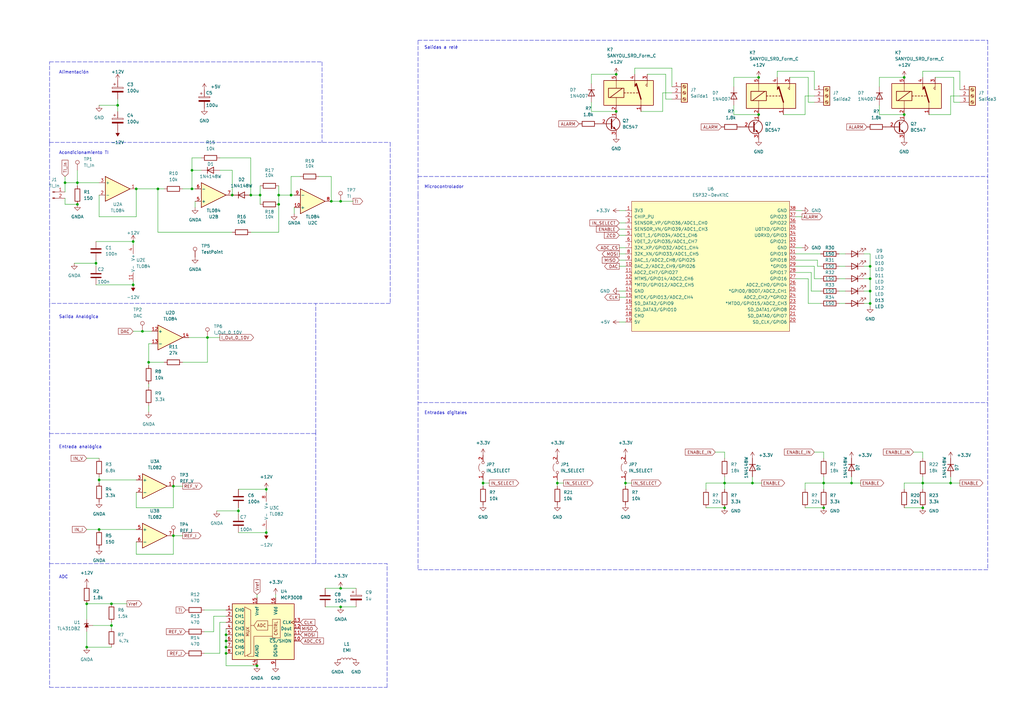
<source format=kicad_sch>
(kicad_sch (version 20211123) (generator eeschema)
  (paper "A3")
  (junction (at 35.56 265.43))
  (junction (at 78.74 69.85))
  (junction (at 311.15 46.99))
  (junction (at 139.7 241.3))
  (junction (at 337.82 208.28))
  (junction (at 106.68 80.01))
  (junction (at 78.74 77.47))
  (junction (at 45.72 247.65))
  (junction (at 349.25 198.12))
  (junction (at 71.12 219.71))
  (junction (at 31.75 83.82))
  (junction (at 54.61 116.84))
  (junction (at 297.18 198.12))
  (junction (at 252.73 30.48))
  (junction (at 356.87 124.46))
  (junction (at 92.71 267.97))
  (junction (at 92.71 260.35))
  (junction (at 297.18 208.28))
  (junction (at 39.37 107.95))
  (junction (at 105.41 273.05))
  (junction (at 228.6 198.12))
  (junction (at 35.56 247.65))
  (junction (at 311.15 31.75))
  (junction (at 31.75 74.93))
  (junction (at 370.84 46.99))
  (junction (at 109.22 218.44))
  (junction (at 48.26 43.18))
  (junction (at 198.12 198.12))
  (junction (at 308.61 198.12))
  (junction (at 26.67 74.93))
  (junction (at 114.3 83.82))
  (junction (at 64.77 77.47))
  (junction (at 92.71 265.43))
  (junction (at 58.42 135.89))
  (junction (at 119.38 80.01))
  (junction (at 356.87 119.38))
  (junction (at 40.64 196.85))
  (junction (at 139.7 82.55))
  (junction (at 389.89 198.12))
  (junction (at 114.3 80.01))
  (junction (at 356.87 114.3))
  (junction (at 378.46 198.12))
  (junction (at 135.89 82.55))
  (junction (at 252.73 45.72))
  (junction (at 40.64 217.17))
  (junction (at 109.22 200.66))
  (junction (at 97.79 209.55))
  (junction (at 85.09 138.43))
  (junction (at 71.12 199.39))
  (junction (at 370.84 31.75))
  (junction (at 378.46 208.28))
  (junction (at 102.87 80.01))
  (junction (at 356.87 109.22))
  (junction (at 54.61 99.06))
  (junction (at 139.7 248.92))
  (junction (at 55.88 77.47))
  (junction (at 337.82 198.12))
  (junction (at 60.96 148.59))
  (junction (at 256.54 198.12))
  (junction (at 45.72 256.54))
  (junction (at 95.25 80.01))
  (junction (at 92.71 262.89))
  (wire (pts (xy 360.68 31.75) (xy 370.84 31.75)))
  (wire (pts (xy 26.67 74.93) (xy 26.67 78.74)))
  (wire (pts (xy 133.35 241.3) (xy 139.7 241.3)))
  (polyline (pts (xy 158.75 281.94) (xy 158.75 231.14)))
  (wire (pts (xy 370.84 208.28) (xy 378.46 208.28)))
  (wire (pts (xy 271.78 38.1) (xy 275.59 38.1)))
  (wire (pts (xy 330.2 39.37) (xy 334.01 39.37)))
  (wire (pts (xy 326.39 101.6) (xy 328.93 101.6)))
  (wire (pts (xy 40.64 196.85) (xy 40.64 198.12)))
  (wire (pts (xy 242.57 45.72) (xy 242.57 41.91)))
  (wire (pts (xy 54.61 135.89) (xy 58.42 135.89)))
  (wire (pts (xy 356.87 104.14) (xy 356.87 109.22)))
  (wire (pts (xy 60.96 148.59) (xy 67.31 148.59)))
  (wire (pts (xy 35.56 265.43) (xy 35.56 259.08)))
  (wire (pts (xy 45.72 255.27) (xy 45.72 256.54)))
  (wire (pts (xy 87.63 252.73) (xy 87.63 259.08)))
  (wire (pts (xy 337.82 198.12) (xy 330.2 198.12)))
  (wire (pts (xy 326.39 86.36) (xy 328.93 86.36)))
  (wire (pts (xy 26.67 72.39) (xy 26.67 74.93)))
  (wire (pts (xy 254 101.6) (xy 256.54 101.6)))
  (wire (pts (xy 252.73 45.72) (xy 242.57 45.72)))
  (wire (pts (xy 297.18 198.12) (xy 289.56 198.12)))
  (wire (pts (xy 354.33 114.3) (xy 356.87 114.3)))
  (wire (pts (xy 113.03 243.84) (xy 113.03 245.11)))
  (wire (pts (xy 334.01 114.3) (xy 336.55 114.3)))
  (wire (pts (xy 123.19 72.39) (xy 119.38 72.39)))
  (wire (pts (xy 326.39 111.76) (xy 332.74 111.76)))
  (wire (pts (xy 92.71 262.89) (xy 92.71 265.43)))
  (wire (pts (xy 135.89 82.55) (xy 139.7 82.55)))
  (wire (pts (xy 330.2 46.99) (xy 330.2 39.37)))
  (wire (pts (xy 54.61 100.33) (xy 54.61 99.06)))
  (wire (pts (xy 38.1 256.54) (xy 45.72 256.54)))
  (polyline (pts (xy 171.45 80.01) (xy 171.45 16.51)))
  (wire (pts (xy 60.96 148.59) (xy 60.96 149.86)))
  (wire (pts (xy 256.54 196.85) (xy 256.54 198.12)))
  (wire (pts (xy 330.2 198.12) (xy 330.2 200.66)))
  (wire (pts (xy 370.84 198.12) (xy 370.84 200.66)))
  (polyline (pts (xy 171.45 72.39) (xy 405.13 72.39)))
  (polyline (pts (xy 20.32 58.42) (xy 20.32 25.4)))
  (wire (pts (xy 330.2 208.28) (xy 337.82 208.28)))
  (wire (pts (xy 262.89 45.72) (xy 271.78 45.72)))
  (wire (pts (xy 78.74 69.85) (xy 78.74 77.47)))
  (polyline (pts (xy 20.32 177.8) (xy 20.32 231.14)))
  (wire (pts (xy 92.71 265.43) (xy 92.71 267.97)))
  (wire (pts (xy 378.46 198.12) (xy 389.89 198.12)))
  (wire (pts (xy 344.17 109.22) (xy 346.71 109.22)))
  (wire (pts (xy 378.46 198.12) (xy 378.46 195.58)))
  (wire (pts (xy 40.64 196.85) (xy 55.88 196.85)))
  (wire (pts (xy 55.88 222.25) (xy 55.88 227.33)))
  (wire (pts (xy 106.68 76.2) (xy 106.68 80.01)))
  (wire (pts (xy 45.72 247.65) (xy 52.07 247.65)))
  (wire (pts (xy 374.65 185.42) (xy 378.46 185.42)))
  (wire (pts (xy 40.64 88.9) (xy 55.88 88.9)))
  (wire (pts (xy 344.17 124.46) (xy 346.71 124.46)))
  (wire (pts (xy 90.17 69.85) (xy 95.25 69.85)))
  (wire (pts (xy 293.37 185.42) (xy 297.18 185.42)))
  (wire (pts (xy 35.56 247.65) (xy 45.72 247.65)))
  (wire (pts (xy 370.84 46.99) (xy 360.68 46.99)))
  (wire (pts (xy 254 86.36) (xy 256.54 86.36)))
  (wire (pts (xy 326.39 88.9) (xy 328.93 88.9)))
  (wire (pts (xy 354.33 104.14) (xy 356.87 104.14)))
  (wire (pts (xy 55.88 227.33) (xy 71.12 227.33)))
  (wire (pts (xy 114.3 83.82) (xy 114.3 95.25)))
  (wire (pts (xy 381 46.99) (xy 389.89 46.99)))
  (wire (pts (xy 344.17 114.3) (xy 346.71 114.3)))
  (wire (pts (xy 54.61 116.84) (xy 54.61 115.57)))
  (polyline (pts (xy 20.32 58.42) (xy 20.32 124.46)))
  (wire (pts (xy 106.68 80.01) (xy 106.68 83.82)))
  (wire (pts (xy 354.33 109.22) (xy 356.87 109.22)))
  (wire (pts (xy 260.35 30.48) (xy 260.35 27.94)))
  (wire (pts (xy 297.18 198.12) (xy 297.18 200.66)))
  (wire (pts (xy 114.3 80.01) (xy 114.3 83.82)))
  (wire (pts (xy 30.48 107.95) (xy 39.37 107.95)))
  (wire (pts (xy 92.71 255.27) (xy 90.17 255.27)))
  (wire (pts (xy 55.88 208.28) (xy 71.12 208.28)))
  (wire (pts (xy 92.71 260.35) (xy 92.71 262.89)))
  (wire (pts (xy 74.93 77.47) (xy 78.74 77.47)))
  (wire (pts (xy 335.28 109.22) (xy 336.55 109.22)))
  (wire (pts (xy 332.74 111.76) (xy 332.74 119.38)))
  (polyline (pts (xy 171.45 179.07) (xy 171.45 233.68)))
  (polyline (pts (xy 20.32 231.14) (xy 20.32 281.94)))
  (wire (pts (xy 82.55 64.77) (xy 78.74 64.77)))
  (wire (pts (xy 344.17 119.38) (xy 346.71 119.38)))
  (wire (pts (xy 356.87 124.46) (xy 356.87 125.73)))
  (wire (pts (xy 40.64 74.93) (xy 31.75 74.93)))
  (wire (pts (xy 60.96 158.75) (xy 60.96 157.48)))
  (wire (pts (xy 318.77 31.75) (xy 318.77 29.21)))
  (wire (pts (xy 289.56 198.12) (xy 289.56 200.66)))
  (polyline (pts (xy 20.32 58.42) (xy 160.02 58.42)))
  (wire (pts (xy 71.12 199.39) (xy 74.93 199.39)))
  (wire (pts (xy 378.46 198.12) (xy 370.84 198.12)))
  (wire (pts (xy 326.39 114.3) (xy 331.47 114.3)))
  (wire (pts (xy 354.33 124.46) (xy 356.87 124.46)))
  (wire (pts (xy 337.82 185.42) (xy 337.82 187.96)))
  (wire (pts (xy 228.6 196.85) (xy 228.6 198.12)))
  (wire (pts (xy 254 96.52) (xy 256.54 96.52)))
  (wire (pts (xy 273.05 30.48) (xy 273.05 40.64)))
  (polyline (pts (xy 20.32 124.46) (xy 20.32 177.8)))
  (wire (pts (xy 254 93.98) (xy 256.54 93.98)))
  (wire (pts (xy 120.65 85.09) (xy 120.65 87.63)))
  (wire (pts (xy 337.82 198.12) (xy 349.25 198.12)))
  (wire (pts (xy 48.26 40.64) (xy 48.26 43.18)))
  (wire (pts (xy 344.17 104.14) (xy 346.71 104.14)))
  (wire (pts (xy 39.37 116.84) (xy 54.61 116.84)))
  (wire (pts (xy 254 121.92) (xy 256.54 121.92)))
  (wire (pts (xy 198.12 196.85) (xy 198.12 198.12)))
  (wire (pts (xy 35.56 247.65) (xy 35.56 254)))
  (wire (pts (xy 39.37 99.06) (xy 54.61 99.06)))
  (wire (pts (xy 265.43 30.48) (xy 273.05 30.48)))
  (wire (pts (xy 242.57 30.48) (xy 252.73 30.48)))
  (wire (pts (xy 275.59 27.94) (xy 275.59 35.56)))
  (wire (pts (xy 40.64 43.18) (xy 48.26 43.18)))
  (wire (pts (xy 321.31 46.99) (xy 330.2 46.99)))
  (wire (pts (xy 354.33 119.38) (xy 356.87 119.38)))
  (polyline (pts (xy 129.54 231.14) (xy 129.54 177.8)))
  (wire (pts (xy 228.6 198.12) (xy 228.6 199.39)))
  (wire (pts (xy 349.25 198.12) (xy 349.25 195.58)))
  (wire (pts (xy 92.71 267.97) (xy 92.71 273.05)))
  (wire (pts (xy 39.37 107.95) (xy 39.37 109.22)))
  (wire (pts (xy 254 132.08) (xy 256.54 132.08)))
  (wire (pts (xy 90.17 64.77) (xy 102.87 64.77)))
  (wire (pts (xy 85.09 138.43) (xy 77.47 138.43)))
  (wire (pts (xy 289.56 208.28) (xy 297.18 208.28)))
  (wire (pts (xy 58.42 135.89) (xy 62.23 135.89)))
  (wire (pts (xy 378.46 185.42) (xy 378.46 187.96)))
  (wire (pts (xy 88.9 209.55) (xy 97.79 209.55)))
  (wire (pts (xy 334.01 185.42) (xy 337.82 185.42)))
  (wire (pts (xy 133.35 248.92) (xy 139.7 248.92)))
  (wire (pts (xy 78.74 64.77) (xy 78.74 69.85)))
  (wire (pts (xy 45.72 265.43) (xy 35.56 265.43)))
  (wire (pts (xy 92.71 252.73) (xy 87.63 252.73)))
  (wire (pts (xy 71.12 227.33) (xy 71.12 219.71)))
  (wire (pts (xy 356.87 114.3) (xy 356.87 119.38)))
  (polyline (pts (xy 20.32 177.8) (xy 129.54 177.8)))
  (wire (pts (xy 254 109.22) (xy 256.54 109.22)))
  (wire (pts (xy 40.64 80.01) (xy 40.64 88.9)))
  (wire (pts (xy 198.12 198.12) (xy 200.66 198.12)))
  (wire (pts (xy 95.25 69.85) (xy 95.25 80.01)))
  (wire (pts (xy 228.6 198.12) (xy 231.14 198.12)))
  (wire (pts (xy 135.89 72.39) (xy 135.89 82.55)))
  (wire (pts (xy 383.54 31.75) (xy 391.16 31.75)))
  (wire (pts (xy 35.56 217.17) (xy 40.64 217.17)))
  (wire (pts (xy 78.74 77.47) (xy 80.01 77.47)))
  (wire (pts (xy 356.87 109.22) (xy 356.87 114.3)))
  (wire (pts (xy 297.18 198.12) (xy 308.61 198.12)))
  (wire (pts (xy 85.09 138.43) (xy 85.09 148.59)))
  (wire (pts (xy 335.28 106.68) (xy 335.28 109.22)))
  (wire (pts (xy 334.01 29.21) (xy 334.01 36.83)))
  (polyline (pts (xy 405.13 16.51) (xy 405.13 233.68)))
  (polyline (pts (xy 20.32 231.14) (xy 158.75 231.14)))
  (wire (pts (xy 139.7 241.3) (xy 146.05 241.3)))
  (wire (pts (xy 71.12 208.28) (xy 71.12 199.39)))
  (polyline (pts (xy 129.54 177.8) (xy 129.54 124.46)))
  (wire (pts (xy 308.61 198.12) (xy 312.42 198.12)))
  (wire (pts (xy 87.63 259.08) (xy 83.82 259.08)))
  (wire (pts (xy 254 106.68) (xy 256.54 106.68)))
  (wire (pts (xy 378.46 29.21) (xy 393.7 29.21)))
  (wire (pts (xy 242.57 30.48) (xy 242.57 34.29)))
  (wire (pts (xy 45.72 256.54) (xy 45.72 257.81)))
  (wire (pts (xy 31.75 74.93) (xy 31.75 76.2)))
  (wire (pts (xy 389.89 198.12) (xy 389.89 195.58)))
  (polyline (pts (xy 20.32 281.94) (xy 158.75 281.94)))
  (wire (pts (xy 360.68 31.75) (xy 360.68 35.56)))
  (wire (pts (xy 326.39 109.22) (xy 334.01 109.22)))
  (wire (pts (xy 308.61 198.12) (xy 308.61 195.58)))
  (wire (pts (xy 92.71 257.81) (xy 92.71 260.35)))
  (wire (pts (xy 92.71 273.05) (xy 105.41 273.05)))
  (polyline (pts (xy 20.32 25.4) (xy 132.08 25.4)))
  (wire (pts (xy 60.96 168.91) (xy 60.96 166.37)))
  (wire (pts (xy 82.55 69.85) (xy 78.74 69.85)))
  (wire (pts (xy 300.99 31.75) (xy 300.99 35.56)))
  (wire (pts (xy 326.39 106.68) (xy 335.28 106.68)))
  (wire (pts (xy 39.37 106.68) (xy 39.37 107.95)))
  (wire (pts (xy 297.18 185.42) (xy 297.18 187.96)))
  (wire (pts (xy 391.16 31.75) (xy 391.16 41.91)))
  (wire (pts (xy 334.01 109.22) (xy 334.01 114.3)))
  (wire (pts (xy 97.79 209.55) (xy 97.79 210.82)))
  (wire (pts (xy 254 119.38) (xy 256.54 119.38)))
  (polyline (pts (xy 171.45 80.01) (xy 171.45 179.07)))
  (wire (pts (xy 40.64 195.58) (xy 40.64 196.85)))
  (wire (pts (xy 389.89 39.37) (xy 393.7 39.37)))
  (wire (pts (xy 48.26 43.18) (xy 48.26 45.72)))
  (wire (pts (xy 300.99 46.99) (xy 300.99 43.18)))
  (wire (pts (xy 95.25 95.25) (xy 64.77 95.25)))
  (wire (pts (xy 97.79 208.28) (xy 97.79 209.55)))
  (wire (pts (xy 40.64 217.17) (xy 55.88 217.17)))
  (wire (pts (xy 300.99 31.75) (xy 311.15 31.75)))
  (wire (pts (xy 391.16 41.91) (xy 393.7 41.91)))
  (wire (pts (xy 260.35 27.94) (xy 275.59 27.94)))
  (wire (pts (xy 62.23 140.97) (xy 60.96 140.97)))
  (wire (pts (xy 331.47 114.3) (xy 331.47 124.46)))
  (wire (pts (xy 83.82 250.19) (xy 92.71 250.19)))
  (polyline (pts (xy 171.45 165.1) (xy 405.13 165.1)))
  (wire (pts (xy 35.56 187.96) (xy 40.64 187.96)))
  (wire (pts (xy 130.81 72.39) (xy 135.89 72.39)))
  (wire (pts (xy 326.39 104.14) (xy 336.55 104.14)))
  (polyline (pts (xy 171.45 16.51) (xy 405.13 16.51)))
  (wire (pts (xy 64.77 77.47) (xy 67.31 77.47)))
  (wire (pts (xy 85.09 138.43) (xy 90.17 138.43)))
  (wire (pts (xy 119.38 80.01) (xy 120.65 80.01)))
  (wire (pts (xy 378.46 198.12) (xy 378.46 200.66)))
  (wire (pts (xy 331.47 41.91) (xy 334.01 41.91)))
  (wire (pts (xy 256.54 198.12) (xy 256.54 199.39)))
  (polyline (pts (xy 132.08 25.4) (xy 132.08 58.42)))
  (wire (pts (xy 256.54 198.12) (xy 259.08 198.12)))
  (wire (pts (xy 26.67 83.82) (xy 31.75 83.82)))
  (wire (pts (xy 26.67 81.28) (xy 26.67 83.82)))
  (wire (pts (xy 337.82 198.12) (xy 337.82 195.58)))
  (wire (pts (xy 273.05 40.64) (xy 275.59 40.64)))
  (wire (pts (xy 389.89 46.99) (xy 389.89 39.37)))
  (wire (pts (xy 337.82 198.12) (xy 337.82 200.66)))
  (wire (pts (xy 31.75 74.93) (xy 26.67 74.93)))
  (wire (pts (xy 80.01 82.55) (xy 80.01 85.09)))
  (wire (pts (xy 297.18 198.12) (xy 297.18 195.58)))
  (wire (pts (xy 311.15 46.99) (xy 300.99 46.99)))
  (polyline (pts (xy 160.02 58.42) (xy 160.02 124.46)))
  (wire (pts (xy 55.88 88.9) (xy 55.88 77.47)))
  (wire (pts (xy 389.89 198.12) (xy 393.7 198.12)))
  (wire (pts (xy 119.38 72.39) (xy 119.38 80.01)))
  (wire (pts (xy 90.17 255.27) (xy 90.17 267.97)))
  (wire (pts (xy 90.17 267.97) (xy 83.82 267.97)))
  (wire (pts (xy 349.25 198.12) (xy 353.06 198.12)))
  (wire (pts (xy 114.3 76.2) (xy 114.3 80.01)))
  (wire (pts (xy 102.87 64.77) (xy 102.87 80.01)))
  (polyline (pts (xy 405.13 233.68) (xy 397.51 233.68)))
  (wire (pts (xy 97.79 218.44) (xy 109.22 218.44)))
  (wire (pts (xy 31.75 69.85) (xy 31.75 74.93)))
  (wire (pts (xy 109.22 218.44) (xy 109.22 217.17)))
  (wire (pts (xy 60.96 140.97) (xy 60.96 148.59)))
  (wire (pts (xy 356.87 119.38) (xy 356.87 124.46)))
  (wire (pts (xy 55.88 201.93) (xy 55.88 208.28)))
  (wire (pts (xy 144.78 82.55) (xy 139.7 82.55)))
  (wire (pts (xy 55.88 77.47) (xy 64.77 77.47)))
  (wire (pts (xy 378.46 31.75) (xy 378.46 29.21)))
  (wire (pts (xy 109.22 200.66) (xy 109.22 201.93)))
  (wire (pts (xy 198.12 198.12) (xy 198.12 199.39)))
  (wire (pts (xy 97.79 200.66) (xy 109.22 200.66)))
  (wire (pts (xy 323.85 31.75) (xy 331.47 31.75)))
  (wire (pts (xy 318.77 29.21) (xy 334.01 29.21)))
  (polyline (pts (xy 171.45 233.68) (xy 397.51 233.68)))
  (wire (pts (xy 332.74 119.38) (xy 336.55 119.38)))
  (wire (pts (xy 331.47 31.75) (xy 331.47 41.91)))
  (wire (pts (xy 393.7 29.21) (xy 393.7 36.83)))
  (wire (pts (xy 331.47 124.46) (xy 336.55 124.46)))
  (wire (pts (xy 139.7 248.92) (xy 146.05 248.92)))
  (wire (pts (xy 271.78 45.72) (xy 271.78 38.1)))
  (wire (pts (xy 102.87 80.01) (xy 106.68 80.01)))
  (wire (pts (xy 64.77 95.25) (xy 64.77 77.47)))
  (wire (pts (xy 114.3 95.25) (xy 102.87 95.25)))
  (wire (pts (xy 114.3 80.01) (xy 119.38 80.01)))
  (wire (pts (xy 105.41 243.84) (xy 105.41 245.11)))
  (wire (pts (xy 71.12 219.71) (xy 74.93 219.71)))
  (wire (pts (xy 254 104.14) (xy 256.54 104.14)))
  (wire (pts (xy 74.93 148.59) (xy 85.09 148.59)))
  (polyline (pts (xy 160.02 124.46) (xy 20.32 124.46)))
  (wire (pts (xy 360.68 46.99) (xy 360.68 43.18)))
  (wire (pts (xy 254 91.44) (xy 256.54 91.44)))
  (text "Entrada analógica" (at 24.13 184.15 0) (effects (font (size 1.27 1.27)) (justify left bottom)))
  (text "Salida Analógica" (at 24.13 130.81 0) (effects (font (size 1.27 1.27)) (justify left bottom)))
  (text "Entradas digitales" (at 173.99 170.18 0) (effects (font (size 1.27 1.27)) (justify left bottom)))
  (text "Salidas a relé" (at 173.99 20.32 0) (effects (font (size 1.27 1.27)) (justify left bottom)))
  (text "Microcontrolador" (at 173.99 77.47 0) (effects (font (size 1.27 1.27)) (justify left bottom)))
  (text "Acondicionamiento TI" (at 24.13 63.5 0) (effects (font (size 1.27 1.27)) (justify left bottom)))
  (text "Alimentación" (at 24.13 30.48 0) (effects (font (size 1.27 1.27)) (justify left bottom)))
  (text "ADC" (at 24.13 237.49 0) (effects (font (size 1.27 1.27)) (justify left bottom)))
  (global_label "REF_V" (shape input) (at 76.2 259.08 180) (property "Intersheet References" "${INTERSHEET_REFS}" (effects hide)))
  (global_label "IN_SELECT" (shape output) (at 259.08 198.12 0) (property "Intersheet References" "${INTERSHEET_REFS}" (effects hide)))
  (global_label "REF_I" (shape output) (at 74.93 219.71 0) (property "Intersheet References" "${INTERSHEET_REFS}" (effects hide)))
  (global_label "Vref" (shape output) (at 52.07 247.65 0) (property "Intersheet References" "${INTERSHEET_REFS}" (effects hide)))
  (global_label "IN_V" (shape input) (at 35.56 187.96 180) (property "Intersheet References" "${INTERSHEET_REFS}" (effects hide)))
  (global_label "ALARM" (shape input) (at 355.6 52.07 180) (property "Intersheet References" "${INTERSHEET_REFS}" (effects hide)))
  (global_label "MISO" (shape input) (at 254 106.68 180) (property "Intersheet References" "${INTERSHEET_REFS}" (effects hide)))
  (global_label "MOSI" (shape input) (at 123.19 260.35 0) (property "Intersheet References" "${INTERSHEET_REFS}" (effects hide)))
  (global_label "CLK" (shape output) (at 254 121.92 180) (property "Intersheet References" "${INTERSHEET_REFS}" (effects hide)))
  (global_label "ENABLE" (shape input) (at 254 93.98 180) (property "Intersheet References" "${INTERSHEET_REFS}" (effects hide)))
  (global_label "MOSI" (shape output) (at 254 104.14 180) (property "Intersheet References" "${INTERSHEET_REFS}" (effects hide)))
  (global_label "ENABLE_IN" (shape input) (at 334.01 185.42 180) (property "Intersheet References" "${INTERSHEET_REFS}" (effects hide)))
  (global_label "ADC_CS" (shape input) (at 123.19 262.89 0) (property "Intersheet References" "${INTERSHEET_REFS}" (effects hide)))
  (global_label "ALARM" (shape input) (at 237.49 50.8 180) (property "Intersheet References" "${INTERSHEET_REFS}" (effects hide)))
  (global_label "IN_SELECT" (shape input) (at 254 91.44 180) (property "Intersheet References" "${INTERSHEET_REFS}" (effects hide)))
  (global_label "ENABLE" (shape output) (at 393.7 198.12 0) (property "Intersheet References" "${INTERSHEET_REFS}" (effects hide)))
  (global_label "CLK" (shape input) (at 123.19 255.27 0) (property "Intersheet References" "${INTERSHEET_REFS}" (effects hide)))
  (global_label "REF_V" (shape output) (at 74.93 199.39 0) (property "Intersheet References" "${INTERSHEET_REFS}" (effects hide)))
  (global_label "DAC" (shape input) (at 54.61 135.89 180) (property "Intersheet References" "${INTERSHEET_REFS}" (effects hide)))
  (global_label "ALARM" (shape input) (at 295.91 52.07 180) (property "Intersheet References" "${INTERSHEET_REFS}" (effects hide)))
  (global_label "IN_SELECT" (shape output) (at 200.66 198.12 0) (property "Intersheet References" "${INTERSHEET_REFS}" (effects hide)))
  (global_label "ENABLE_IN" (shape input) (at 293.37 185.42 180) (property "Intersheet References" "${INTERSHEET_REFS}" (effects hide)))
  (global_label "IN_SELECT" (shape output) (at 231.14 198.12 0) (property "Intersheet References" "${INTERSHEET_REFS}" (effects hide)))
  (global_label "ENABLE" (shape output) (at 312.42 198.12 0) (property "Intersheet References" "${INTERSHEET_REFS}" (effects hide)))
  (global_label "MISO" (shape output) (at 123.19 257.81 0) (property "Intersheet References" "${INTERSHEET_REFS}" (effects hide)))
  (global_label "ALARM" (shape output) (at 328.93 88.9 0) (property "Intersheet References" "${INTERSHEET_REFS}" (effects hide)))
  (global_label "TI_In" (shape input) (at 26.67 72.39 90) (property "Intersheet References" "${INTERSHEET_REFS}" (effects hide)))
  (global_label "TI" (shape input) (at 76.2 250.19 180) (property "Intersheet References" "${INTERSHEET_REFS}" (effects hide)))
  (global_label "ZCD" (shape input) (at 254 96.52 180) (property "Intersheet References" "${INTERSHEET_REFS}" (effects hide)))
  (global_label "ADC_CS" (shape output) (at 254 101.6 180) (property "Intersheet References" "${INTERSHEET_REFS}" (effects hide)))
  (global_label "I_Out_0_10V" (shape output) (at 90.17 138.43 0) (property "Intersheet References" "${INTERSHEET_REFS}" (effects hide)))
  (global_label "DAC" (shape output) (at 254 109.22 180) (property "Intersheet References" "${INTERSHEET_REFS}" (effects hide)))
  (global_label "Vref" (shape input) (at 105.41 243.84 90) (property "Intersheet References" "${INTERSHEET_REFS}" (effects hide)))
  (global_label "ENABLE" (shape output) (at 353.06 198.12 0) (property "Intersheet References" "${INTERSHEET_REFS}" (effects hide)))
  (global_label "TI" (shape output) (at 144.78 82.55 0) (property "Intersheet References" "${INTERSHEET_REFS}" (effects hide)))
  (global_label "ENABLE_IN" (shape input) (at 374.65 185.42 180) (property "Intersheet References" "${INTERSHEET_REFS}" (effects hide)))
  (global_label "IN_I" (shape input) (at 35.56 217.17 180) (property "Intersheet References" "${INTERSHEET_REFS}" (effects hide)))
  (global_label "REF_I" (shape input) (at 76.2 267.97 180) (property "Intersheet References" "${INTERSHEET_REFS}" (effects hide)))
  (symbol (lib_id "Device:R") (at 80.01 267.97 90) (unit 1)
    (property "Reference" "R14" (at 80.01 261.62 90))
    (property "Value" "470" (at 80.01 264.16 90))
    (property "Footprint" "Resistor_SMD:R_0805_2012Metric" (effects hide))
  )
  (symbol (lib_id "power:GND") (at 83.82 44.45 0) (unit 1)
    (property "Reference" "#PWR016" (effects hide))
    (property "Value" "GND" (at 83.82 49.53 0))
  )
  (symbol (lib_id "Connector:Conn_01x02_Male") (at 21.59 78.74 0) (unit 1)
    (property "Reference" "J1" (at 22.225 73.66 0))
    (property "Value" "TI_In" (at 22.225 76.2 0))
    (property "Footprint" "Connector_Wire:SolderWire-0.5sqmm_1x02_P4.8mm_D0.9mm_OD2.3mm" (effects hide))
  )
  (symbol (lib_id "Diode:1N4007") (at 300.99 39.37 270) (unit 1)
    (property "Reference" "D?" (at 292.1 38.1 90) (effects (justify left)))
    (property "Value" "1N4007" (at 292.1 40.64 90) (effects (justify left)))
    (property "Footprint" "Diode_THT:D_DO-41_SOD81_P10.16mm_Horizontal" (effects hide))
    (property "Datasheet" "http://www.vishay.com/docs/88503/1n4001.pdf" (effects hide))
  )
  (symbol (lib_id "Device:R") (at 370.84 204.47 180) (unit 1)
    (property "Reference" "R20" (at 373.38 203.1999 0) (effects (justify right)))
    (property "Value" "22k" (at 373.38 205.7399 0) (effects (justify right)))
    (property "Footprint" "Resistor_SMD:R_0805_2012Metric" (effects hide))
  )
  (symbol (lib_id "Device:R") (at 359.41 52.07 90) (unit 1)
    (property "Reference" "R?" (at 359.41 45.72 90))
    (property "Value" "1.8k" (at 359.41 48.26 90))
    (property "Footprint" "Resistor_SMD:R_0805_2012Metric" (effects hide))
  )
  (symbol (lib_id "power:GND") (at 256.54 207.01 0) (unit 1)
    (property "Reference" "#PWR?" (effects hide))
    (property "Value" "GND" (at 256.54 212.09 0))
  )
  (symbol (lib_id "power:GND") (at 198.12 207.01 0) (unit 1)
    (property "Reference" "#PWR?" (effects hide))
    (property "Value" "GND" (at 198.12 212.09 0))
  )
  (symbol (lib_id "Transistor_BJT:BC547") (at 368.3 52.07 0) (unit 1)
    (property "Reference" "Q?" (at 373.38 50.7999 0) (effects (justify left)))
    (property "Value" "BC547" (at 373.38 53.3399 0) (effects (justify left)))
    (property "Footprint" "Package_TO_SOT_THT:TO-92_Inline_Wide" (effects hide))
    (property "Datasheet" "https://www.onsemi.com/pub/Collateral/BC550-D.pdf" (effects hide))
  )
  (symbol (lib_id "Device:R") (at 289.56 204.47 180) (unit 1)
    (property "Reference" "R?" (at 292.1 203.1999 0) (effects (justify right)))
    (property "Value" "22k" (at 292.1 205.7399 0) (effects (justify right)))
    (property "Footprint" "Resistor_SMD:R_0805_2012Metric" (effects hide))
  )
  (symbol (lib_id "power:+3.3V") (at 113.03 243.84 0) (unit 1)
    (property "Reference" "#PWR021" (effects hide))
    (property "Value" "+3.3V" (at 113.03 238.76 0))
  )
  (symbol (lib_id "Device:R") (at 80.01 259.08 90) (unit 1)
    (property "Reference" "R13" (at 80.01 252.73 90))
    (property "Value" "470" (at 80.01 255.27 90))
    (property "Footprint" "Resistor_SMD:R_0805_2012Metric" (effects hide))
  )
  (symbol (lib_id "Device:LED") (at 350.52 119.38 180) (unit 1)
    (property "Reference" "D12" (at 360.68 118.11 0))
    (property "Value" "LED" (at 360.68 120.65 0))
    (property "Footprint" "LED_THT:LED_D5.0mm_Horizontal_O1.27mm_Z3.0mm" (effects hide))
  )
  (symbol (lib_id "power:GND") (at 370.84 57.15 0) (unit 1)
    (property "Reference" "#PWR0105" (effects hide))
    (property "Value" "GND" (at 370.84 62.23 0))
  )
  (symbol (lib_id "Connector:TestPoint") (at 31.75 69.85 0) (unit 1)
    (property "Reference" "TP1" (at 34.29 65.2779 0) (effects (justify left)))
    (property "Value" "TI_In" (at 34.29 67.8179 0) (effects (justify left)))
    (property "Footprint" "TestPoint:TestPoint_Pad_D1.0mm" (effects hide))
  )
  (symbol (lib_id "Device:LED") (at 350.52 109.22 180) (unit 1)
    (property "Reference" "D10" (at 360.68 107.95 0))
    (property "Value" "LED" (at 360.68 110.49 0))
    (property "Footprint" "LED_THT:LED_D5.0mm_Horizontal_O1.27mm_Z3.0mm" (effects hide))
  )
  (symbol (lib_id "power:-12V") (at 109.22 218.44 180) (unit 1)
    (property "Reference" "#PWR020" (effects hide))
    (property "Value" "-12V" (at 109.22 223.52 0))
  )
  (symbol (lib_id "Device:R") (at 299.72 52.07 90) (unit 1)
    (property "Reference" "R?" (at 299.72 45.72 90))
    (property "Value" "1.8k" (at 299.72 48.26 90))
    (property "Footprint" "Resistor_SMD:R_0805_2012Metric" (effects hide))
  )
  (symbol (lib_id "power:GND") (at 146.05 270.51 0) (unit 1)
    (property "Reference" "#PWR027" (effects hide))
    (property "Value" "GND" (at 146.05 275.59 0))
  )
  (symbol (lib_id "power:GNDA") (at 40.64 224.79 0) (unit 1)
    (property "Reference" "#PWR07" (effects hide))
    (property "Value" "GNDA" (at 40.64 229.87 0))
  )
  (symbol (lib_id "Jumper:Jumper_2_Open") (at 228.6 191.77 90) (unit 1)
    (property "Reference" "JP1" (at 229.87 190.4999 90) (effects (justify right)))
    (property "Value" "IN_SELECT" (at 229.87 193.0399 90) (effects (justify right)))
    (property "Footprint" "TestPoint:TestPoint_2Pads_Pitch2.54mm_Drill0.8mm" (effects hide))
  )
  (symbol (lib_id "Transistor_BJT:BC547") (at 250.19 50.8 0) (unit 1)
    (property "Reference" "Q?" (at 255.27 49.5299 0) (effects (justify left)))
    (property "Value" "BC547" (at 255.27 52.0699 0) (effects (justify left)))
    (property "Footprint" "Package_TO_SOT_THT:TO-92_Inline_Wide" (effects hide))
    (property "Datasheet" "https://www.onsemi.com/pub/Collateral/BC550-D.pdf" (effects hide))
  )
  (symbol (lib_id "Diode:1N4007") (at 242.57 38.1 270) (unit 1)
    (property "Reference" "D?" (at 233.68 36.83 90) (effects (justify left)))
    (property "Value" "1N4007" (at 233.68 39.37 90) (effects (justify left)))
    (property "Footprint" "Diode_THT:D_DO-41_SOD81_P10.16mm_Horizontal" (effects hide))
    (property "Datasheet" "http://www.vishay.com/docs/88503/1n4001.pdf" (effects hide))
  )
  (symbol (lib_id "Device:R") (at 71.12 148.59 90) (unit 1)
    (property "Reference" "R11" (at 71.12 142.24 90))
    (property "Value" "27k" (at 71.12 144.78 90))
    (property "Footprint" "Resistor_SMD:R_0805_2012Metric" (effects hide))
  )
  (symbol (lib_id "Device:R") (at 337.82 204.47 0) (unit 1)
    (property "Reference" "R?" (at 340.36 203.1999 0) (effects (justify left)))
    (property "Value" "3.3k" (at 340.36 205.7399 0) (effects (justify left)))
    (property "Footprint" "Resistor_SMD:R_0805_2012Metric" (effects hide))
  )
  (symbol (lib_id "Amplifier_Operational:TL084") (at 69.85 138.43 0) (unit 4)
    (property "Reference" "U2" (at 69.85 128.27 0))
    (property "Value" "TL084" (at 69.85 130.81 0))
    (property "Footprint" "Package_SO:SOIC-14_3.9x8.7mm_P1.27mm" (effects hide))
    (property "Datasheet" "http://www.ti.com/lit/ds/symlink/tl081.pdf" (effects hide))
  )
  (symbol (lib_id "Device:R") (at 40.64 191.77 0) (unit 1)
    (property "Reference" "R3" (at 43.18 190.4999 0) (effects (justify left)))
    (property "Value" "6.8k" (at 43.18 193.0399 0) (effects (justify left)))
    (property "Footprint" "Resistor_SMD:R_0805_2012Metric" (effects hide))
  )
  (symbol (lib_id "Device:R") (at 378.46 191.77 0) (unit 1)
    (property "Reference" "R22" (at 381 190.4999 0) (effects (justify left)))
    (property "Value" "18k" (at 381 193.0399 0) (effects (justify left)))
    (property "Footprint" "Resistor_SMD:R_0805_2012Metric" (effects hide))
  )
  (symbol (lib_id "Connector:Screw_Terminal_01x03") (at 280.67 38.1 0) (unit 1)
    (property "Reference" "J?" (at 283.21 36.8299 0) (effects (justify left)))
    (property "Value" "Salida1" (at 283.21 39.3699 0) (effects (justify left)))
    (property "Footprint" "TerminalBlock:TerminalBlock_bornier-3_P5.08mm" (effects hide))
  )
  (symbol (lib_id "power:+3.3V") (at 198.12 186.69 0) (unit 1)
    (property "Reference" "#PWR?" (effects hide))
    (property "Value" "+3.3V" (at 198.12 181.61 0))
  )
  (symbol (lib_id "Connector:Screw_Terminal_01x03") (at 398.78 39.37 0) (unit 1)
    (property "Reference" "J?" (at 401.32 38.0999 0) (effects (justify left)))
    (property "Value" "Salida3" (at 401.32 40.6399 0) (effects (justify left)))
    (property "Footprint" "TerminalBlock:TerminalBlock_bornier-3_P5.08mm" (effects hide))
  )
  (symbol (lib_id "power:GND") (at 252.73 55.88 0) (unit 1)
    (property "Reference" "#PWR0109" (effects hide))
    (property "Value" "GND" (at 252.73 60.96 0))
  )
  (symbol (lib_id "power:GNDA") (at 120.65 87.63 0) (unit 1)
    (property "Reference" "#PWR023" (effects hide))
    (property "Value" "GNDA" (at 120.65 91.44 0))
  )
  (symbol (lib_id "Device:R") (at 340.36 104.14 90) (unit 1)
    (property "Reference" "R30" (at 340.36 101.6 90))
    (property "Value" "150" (at 340.36 104.14 90))
    (property "Footprint" "Resistor_SMD:R_0805_2012Metric" (effects hide))
  )
  (symbol (lib_id "Device:C") (at 97.79 204.47 0) (unit 1)
    (property "Reference" "C6" (at 101.6 203.1999 0) (effects (justify left)))
    (property "Value" "100n" (at 101.6 205.7399 0) (effects (justify left)))
    (property "Footprint" "Capacitor_SMD:C_0805_2012Metric" (effects hide))
  )
  (symbol (lib_id "Device:R") (at 340.36 114.3 90) (unit 1)
    (property "Reference" "R32" (at 340.36 111.76 90))
    (property "Value" "150" (at 340.36 114.3 90))
    (property "Footprint" "Resistor_SMD:R_0805_2012Metric" (effects hide))
  )
  (symbol (lib_id "Espressif:ESP32-DevKitC") (at 289.56 107.95 0) (unit 1)
    (property "Reference" "U6" (at 291.465 77.47 0))
    (property "Value" "ESP32-DevKitC" (at 291.465 80.01 0))
    (property "Footprint" "ESP32:ESP32-DevKitC" (effects hide))
    (property "Datasheet" "https://docs.espressif.com/projects/esp-idf/zh_CN/latest/esp32/hw-reference/esp32/get-started-devkitc.html" (effects hide))
  )
  (symbol (lib_id "Relay:SANYOU_SRD_Form_C") (at 257.81 38.1 0) (unit 1)
    (property "Reference" "K?" (at 248.92 20.32 0) (effects (justify left)))
    (property "Value" "SANYOU_SRD_Form_C" (at 248.92 22.86 0) (effects (justify left)))
    (property "Footprint" "Relay_THT:Relay_SPDT_SANYOU_SRD_Series_Form_C" (effects hide))
    (property "Datasheet" "http://www.sanyourelay.ca/public/products/pdf/SRD.pdf" (effects hide))
  )
  (symbol (lib_id "Amplifier_Operational:TL084") (at 128.27 82.55 0) (mirror x) (unit 3)
    (property "Reference" "U2" (at 128.27 91.44 0))
    (property "Value" "TL084" (at 128.27 88.9 0))
    (property "Footprint" "Package_SO:SOIC-14_3.9x8.7mm_P1.27mm" (effects hide))
    (property "Datasheet" "http://www.ti.com/lit/ds/symlink/tl081.pdf" (effects hide))
  )
  (symbol (lib_id "power:+12V") (at 370.84 31.75 0) (unit 1)
    (property "Reference" "#PWR0106" (effects hide))
    (property "Value" "+12V" (at 370.84 26.67 0))
  )
  (symbol (lib_id "Diode:1N4148W") (at 389.89 191.77 270) (unit 1)
    (property "Reference" "D7" (at 392.43 191.77 0))
    (property "Value" "1N4148W" (at 387.35 191.77 0))
    (property "Footprint" "Diode_SMD:D_SOD-123" (effects hide))
    (property "Datasheet" "https://www.vishay.com/docs/85748/1n4148w.pdf" (effects hide))
  )
  (symbol (lib_id "Connector:TestPoint") (at 71.12 199.39 0) (unit 1)
    (property "Reference" "TP3" (at 73.66 194.8179 0) (effects (justify left)))
    (property "Value" "REF_V" (at 73.66 197.3579 0) (effects (justify left)))
    (property "Footprint" "TestPoint:TestPoint_Pad_D1.0mm" (effects hide))
  )
  (symbol (lib_id "Diode:1N4148W") (at 349.25 191.77 270) (unit 1)
    (property "Reference" "D?" (at 351.79 191.77 0))
    (property "Value" "1N4148W" (at 346.71 191.77 0))
    (property "Footprint" "Diode_SMD:D_SOD-123" (effects hide))
    (property "Datasheet" "https://www.vishay.com/docs/85748/1n4148w.pdf" (effects hide))
  )
  (symbol (lib_id "power:+5V") (at 83.82 36.83 0) (unit 1)
    (property "Reference" "#PWR015" (effects hide))
    (property "Value" "+5V" (at 86.36 35.5599 0) (effects (justify left)))
  )
  (symbol (lib_id "Jumper:Jumper_2_Open") (at 198.12 191.77 90) (unit 1)
    (property "Reference" "JP?" (at 199.39 190.4999 90) (effects (justify right)))
    (property "Value" "IN_SELECT" (at 199.39 193.0399 90) (effects (justify right)))
    (property "Footprint" "TestPoint:TestPoint_2Pads_Pitch2.54mm_Drill0.8mm" (effects hide))
  )
  (symbol (lib_id "power:GNDA") (at 35.56 265.43 0) (unit 1)
    (property "Reference" "#PWR04" (effects hide))
    (property "Value" "GNDA" (at 35.56 270.51 0))
  )
  (symbol (lib_id "power:GNDA") (at 31.75 83.82 0) (unit 1)
    (property "Reference" "#PWR02" (effects hide))
    (property "Value" "GNDA" (at 31.75 88.9 0))
  )
  (symbol (lib_id "Device:C") (at 133.35 245.11 0) (unit 1)
    (property "Reference" "C8" (at 137.16 243.8399 0) (effects (justify left)))
    (property "Value" "100n" (at 137.16 246.3799 0) (effects (justify left)))
    (property "Footprint" "Capacitor_SMD:C_0805_2012Metric" (effects hide))
  )
  (symbol (lib_id "power:GNDA") (at 138.43 270.51 0) (unit 1)
    (property "Reference" "#PWR024" (effects hide))
    (property "Value" "GNDA" (at 138.43 275.59 0))
  )
  (symbol (lib_id "Device:C_Polarized") (at 146.05 245.11 0) (unit 1)
    (property "Reference" "C9" (at 149.86 242.9509 0) (effects (justify left)))
    (property "Value" "1u" (at 149.86 245.4909 0) (effects (justify left)))
    (property "Footprint" "Capacitor_THT:CP_Radial_D4.0mm_P2.00mm" (effects hide))
  )
  (symbol (lib_id "power:GND") (at 228.6 207.01 0) (unit 1)
    (property "Reference" "#PWR029" (effects hide))
    (property "Value" "GND" (at 228.6 212.09 0))
  )
  (symbol (lib_id "Device:R") (at 40.64 220.98 0) (unit 1)
    (property "Reference" "R5" (at 43.18 219.7099 0) (effects (justify left)))
    (property "Value" "150" (at 43.18 222.2499 0) (effects (justify left)))
    (property "Footprint" "Resistor_SMD:R_0805_2012Metric" (effects hide))
  )
  (symbol (lib_id "power:GND") (at 40.64 43.18 0) (unit 1)
    (property "Reference" "#PWR05" (effects hide))
    (property "Value" "GND" (at 40.64 48.26 0))
  )
  (symbol (lib_id "power:GND") (at 328.93 101.6 90) (unit 1)
    (property "Reference" "#PWR043" (effects hide))
    (property "Value" "GND" (at 332.74 101.5999 90) (effects (justify right)))
  )
  (symbol (lib_id "Amplifier_Operational:TL084") (at 87.63 80.01 0) (mirror x) (unit 2)
    (property "Reference" "U2" (at 87.63 88.9 0))
    (property "Value" "TL084" (at 87.63 86.36 0))
    (property "Footprint" "Package_SO:SOIC-14_3.9x8.7mm_P1.27mm" (effects hide))
    (property "Datasheet" "http://www.ti.com/lit/ds/symlink/tl081.pdf" (effects hide))
  )
  (symbol (lib_id "Device:R") (at 45.72 251.46 0) (unit 1)
    (property "Reference" "R6" (at 48.26 250.1899 0) (effects (justify left)))
    (property "Value" "1.5k" (at 48.26 252.7299 0) (effects (justify left)))
    (property "Footprint" "Resistor_SMD:R_0805_2012Metric" (effects hide))
  )
  (symbol (lib_id "Device:R") (at 330.2 204.47 180) (unit 1)
    (property "Reference" "R?" (at 332.74 203.1999 0) (effects (justify right)))
    (property "Value" "22k" (at 332.74 205.7399 0) (effects (justify right)))
    (property "Footprint" "Resistor_SMD:R_0805_2012Metric" (effects hide))
  )
  (symbol (lib_id "Device:R") (at 340.36 124.46 90) (unit 1)
    (property "Reference" "R34" (at 340.36 121.92 90))
    (property "Value" "150" (at 340.36 124.46 90))
    (property "Footprint" "Resistor_SMD:R_0805_2012Metric" (effects hide))
  )
  (symbol (lib_id "Device:R") (at 99.06 95.25 90) (unit 1)
    (property "Reference" "R16" (at 99.06 88.9 90))
    (property "Value" "10k" (at 99.06 90.932 90))
    (property "Footprint" "Resistor_SMD:R_0805_2012Metric" (effects hide))
  )
  (symbol (lib_id "power:GNDA") (at 88.9 209.55 0) (unit 1)
    (property "Reference" "#PWR017" (effects hide))
    (property "Value" "GNDA" (at 88.9 214.63 0))
  )
  (symbol (lib_id "Amplifier_Operational:TL084") (at 48.26 77.47 0) (unit 1)
    (property "Reference" "U2" (at 48.26 83.82 0))
    (property "Value" "TL084" (at 48.26 86.36 0))
    (property "Footprint" "Package_SO:SOIC-14_3.9x8.7mm_P1.27mm" (effects hide))
    (property "Datasheet" "http://www.ti.com/lit/ds/symlink/tl081.pdf" (effects hide))
  )
  (symbol (lib_id "power:+12V") (at 252.73 30.48 0) (unit 1)
    (property "Reference" "#PWR0107" (effects hide))
    (property "Value" "+12V" (at 252.73 25.4 0))
  )
  (symbol (lib_id "Device:R") (at 337.82 191.77 0) (unit 1)
    (property "Reference" "R?" (at 340.36 190.4999 0) (effects (justify left)))
    (property "Value" "18k" (at 340.36 193.0399 0) (effects (justify left)))
    (property "Footprint" "Resistor_SMD:R_0805_2012Metric" (effects hide))
  )
  (symbol (lib_id "power:+12V") (at 311.15 31.75 0) (unit 1)
    (property "Reference" "#PWR0110" (effects hide))
    (property "Value" "+12V" (at 311.15 26.67 0))
  )
  (symbol (lib_id "Amplifier_Operational:TL082") (at 111.76 209.55 0) (unit 3)
    (property "Reference" "U3" (at 110.49 208.2799 0) (effects (justify left)))
    (property "Value" "TL082" (at 110.49 210.8199 0) (effects (justify left)))
    (property "Footprint" "Package_SO:SOIC-8_3.9x4.9mm_P1.27mm" (effects hide))
    (property "Datasheet" "http://www.ti.com/lit/ds/symlink/tl081.pdf" (effects hide))
  )
  (symbol (lib_id "Device:LED") (at 350.52 114.3 180) (unit 1)
    (property "Reference" "D11" (at 360.68 113.03 0))
    (property "Value" "LED" (at 360.68 115.57 0))
    (property "Footprint" "LED_THT:LED_D5.0mm_Horizontal_O1.27mm_Z3.0mm" (effects hide))
  )
  (symbol (lib_id "power:+3.3V") (at 228.6 186.69 0) (unit 1)
    (property "Reference" "#PWR028" (effects hide))
    (property "Value" "+3.3V" (at 228.6 181.61 0))
  )
  (symbol (lib_id "Connector:TestPoint") (at 80.01 105.41 0) (unit 1)
    (property "Reference" "TP5" (at 82.55 100.8379 0) (effects (justify left)))
    (property "Value" "TestPoint" (at 82.55 103.3779 0) (effects (justify left)))
    (property "Footprint" "TestPoint:TestPoint_Pad_D1.0mm" (effects hide))
  )
  (symbol (lib_id "Device:R") (at 40.64 201.93 0) (unit 1)
    (property "Reference" "R4" (at 43.18 200.6599 0) (effects (justify left)))
    (property "Value" "3.3k" (at 43.18 203.1999 0) (effects (justify left)))
    (property "Footprint" "Resistor_SMD:R_0805_2012Metric" (effects hide))
  )
  (symbol (lib_id "Relay:SANYOU_SRD_Form_C") (at 375.92 39.37 0) (unit 1)
    (property "Reference" "K?" (at 367.03 21.59 0) (effects (justify left)))
    (property "Value" "SANYOU_SRD_Form_C" (at 367.03 24.13 0) (effects (justify left)))
    (property "Footprint" "Relay_THT:Relay_SPDT_SANYOU_SRD_Series_Form_C" (effects hide))
    (property "Datasheet" "http://www.sanyourelay.ca/public/products/pdf/SRD.pdf" (effects hide))
  )
  (symbol (lib_id "Device:R") (at 256.54 203.2 0) (unit 1)
    (property "Reference" "R?" (at 259.08 201.9299 0) (effects (justify left)))
    (property "Value" "10k" (at 259.08 204.4699 0) (effects (justify left)))
    (property "Footprint" "Resistor_SMD:R_0805_2012Metric" (effects hide))
  )
  (symbol (lib_id "Device:R") (at 35.56 243.84 0) (unit 1)
    (property "Reference" "R2" (at 38.1 242.5699 0) (effects (justify left)))
    (property "Value" "1.8k" (at 38.1 245.1099 0) (effects (justify left)))
    (property "Footprint" "Resistor_SMD:R_0805_2012Metric" (effects hide))
  )
  (symbol (lib_id "Device:R") (at 297.18 204.47 0) (unit 1)
    (property "Reference" "R?" (at 299.72 203.1999 0) (effects (justify left)))
    (property "Value" "3.3k" (at 299.72 205.7399 0) (effects (justify left)))
    (property "Footprint" "Resistor_SMD:R_0805_2012Metric" (effects hide))
  )
  (symbol (lib_id "power:+12V") (at 54.61 99.06 0) (unit 1)
    (property "Reference" "#PWR010" (effects hide))
    (property "Value" "+12V" (at 54.61 95.504 0))
  )
  (symbol (lib_id "Device:R") (at 71.12 77.47 90) (unit 1)
    (property "Reference" "R10" (at 71.12 71.12 90))
    (property "Value" "10k" (at 71.12 73.66 90))
    (property "Footprint" "Resistor_SMD:R_0805_2012Metric" (effects hide))
  )
  (symbol (lib_id "power:+3.3V") (at 389.89 187.96 0) (unit 1)
    (property "Reference" "#PWR031" (effects hide))
    (property "Value" "+3.3V" (at 392.43 186.6899 0) (effects (justify left)))
  )
  (symbol (lib_id "Device:R") (at 60.96 153.67 0) (unit 1)
    (property "Reference" "R8" (at 63.5 152.3999 0) (effects (justify left)))
    (property "Value" "10k" (at 63.5 154.9399 0) (effects (justify left)))
    (property "Footprint" "Resistor_SMD:R_0805_2012Metric" (effects hide))
  )
  (symbol (lib_id "power:GND") (at 337.82 208.28 0) (unit 1)
    (property "Reference" "#PWR?" (effects hide))
    (property "Value" "GND" (at 340.36 209.5499 0) (effects (justify left)))
  )
  (symbol (lib_id "power:+3.3V") (at 139.7 241.3 0) (unit 1)
    (property "Reference" "#PWR025" (effects hide))
    (property "Value" "+3.3V" (at 139.7 236.22 0))
  )
  (symbol (lib_id "Reference_Voltage:TL431DBZ") (at 35.56 256.54 270) (mirror x) (unit 1)
    (property "Reference" "U1" (at 33.02 255.2699 90) (effects (justify right)))
    (property "Value" "TL431DBZ" (at 33.02 257.8099 90) (effects (justify right)))
    (property "Footprint" "Package_TO_SOT_SMD:SOT-23" (effects hide))
    (property "Datasheet" "http://www.ti.com/lit/ds/symlink/tl431.pdf" (effects hide))
  )
  (symbol (lib_id "power:GND") (at 297.18 208.28 0) (unit 1)
    (property "Reference" "#PWR?" (effects hide))
    (property "Value" "GND" (at 299.72 209.5499 0) (effects (justify left)))
  )
  (symbol (lib_id "Device:LED") (at 350.52 104.14 180) (unit 1)
    (property "Reference" "D9" (at 360.68 102.87 0))
    (property "Value" "LED" (at 360.68 105.41 0))
    (property "Footprint" "LED_THT:LED_D5.0mm_Horizontal_O1.27mm_Z3.0mm" (effects hide))
  )
  (symbol (lib_id "power:+3.3V") (at 349.25 187.96 0) (unit 1)
    (property "Reference" "#PWR?" (effects hide))
    (property "Value" "+3.3V" (at 351.79 186.6899 0) (effects (justify left)))
  )
  (symbol (lib_id "power:+12V") (at 48.26 33.02 0) (unit 1)
    (property "Reference" "#PWR08" (effects hide))
    (property "Value" "+12V" (at 48.26 29.464 0))
  )
  (symbol (lib_id "Device:C_Polarized") (at 48.26 36.83 0) (unit 1)
    (property "Reference" "C3" (at 52.07 34.6709 0) (effects (justify left)))
    (property "Value" "100u" (at 52.07 37.2109 0) (effects (justify left)))
    (property "Footprint" "Capacitor_THT:CP_Radial_D8.0mm_P3.80mm" (effects hide))
  )
  (symbol (lib_id "Device:L") (at 142.24 270.51 90) (unit 1)
    (property "Reference" "L1" (at 142.24 264.16 90))
    (property "Value" "EMI" (at 142.24 266.7 90))
    (property "Footprint" "Resistor_SMD:R_0805_2012Metric" (effects hide))
  )
  (symbol (lib_id "power:GNDA") (at 139.7 248.92 0) (unit 1)
    (property "Reference" "#PWR026" (effects hide))
    (property "Value" "GNDA" (at 139.7 254 0))
  )
  (symbol (lib_id "Device:C_Polarized") (at 48.26 49.53 0) (unit 1)
    (property "Reference" "C4" (at 52.07 47.3709 0) (effects (justify left)))
    (property "Value" "100u" (at 52.07 49.9109 0) (effects (justify left)))
    (property "Footprint" "Capacitor_THT:CP_Radial_D8.0mm_P3.80mm" (effects hide))
  )
  (symbol (lib_id "Relay:SANYOU_SRD_Form_C") (at 316.23 39.37 0) (unit 1)
    (property "Reference" "K?" (at 307.34 21.59 0) (effects (justify left)))
    (property "Value" "SANYOU_SRD_Form_C" (at 307.34 24.13 0) (effects (justify left)))
    (property "Footprint" "Relay_THT:Relay_SPDT_SANYOU_SRD_Series_Form_C" (effects hide))
    (property "Datasheet" "http://www.sanyourelay.ca/public/products/pdf/SRD.pdf" (effects hide))
  )
  (symbol (lib_id "Device:R") (at 198.12 203.2 0) (unit 1)
    (property "Reference" "R?" (at 200.66 201.9299 0) (effects (justify left)))
    (property "Value" "10k" (at 200.66 204.4699 0) (effects (justify left)))
    (property "Footprint" "Resistor_SMD:R_0805_2012Metric" (effects hide))
  )
  (symbol (lib_id "Amplifier_Operational:TL082") (at 63.5 219.71 0) (unit 2)
    (property "Reference" "U3" (at 63.5 209.55 0))
    (property "Value" "TL082" (at 63.5 212.09 0))
    (property "Footprint" "Package_SO:SOIC-8_3.9x4.9mm_P1.27mm" (effects hide))
    (property "Datasheet" "http://www.ti.com/lit/ds/symlink/tl081.pdf" (effects hide))
  )
  (symbol (lib_id "Device:R") (at 228.6 203.2 0) (unit 1)
    (property "Reference" "R21" (at 231.14 201.9299 0) (effects (justify left)))
    (property "Value" "10k" (at 231.14 204.4699 0) (effects (justify left)))
    (property "Footprint" "Resistor_SMD:R_0805_2012Metric" (effects hide))
  )
  (symbol (lib_id "power:GND") (at 356.87 125.73 0) (unit 1)
    (property "Reference" "#PWR048" (effects hide))
    (property "Value" "GND" (at 356.87 130.81 0))
  )
  (symbol (lib_id "Device:R") (at 60.96 162.56 0) (unit 1)
    (property "Reference" "R9" (at 63.5 161.2899 0) (effects (justify left)))
    (property "Value" "3.3k" (at 63.5 163.8299 0) (effects (justify left)))
    (property "Footprint" "Resistor_SMD:R_0805_2012Metric" (effects hide))
  )
  (symbol (lib_id "Device:R") (at 110.49 76.2 90) (unit 1)
    (property "Reference" "R17" (at 110.49 69.85 90))
    (property "Value" "10k" (at 110.49 71.882 90))
    (property "Footprint" "Resistor_SMD:R_0805_2012Metric" (effects hide))
  )
  (symbol (lib_id "Device:R") (at 378.46 204.47 0) (unit 1)
    (property "Reference" "R23" (at 381 203.1999 0) (effects (justify left)))
    (property "Value" "3.3k" (at 381 205.7399 0) (effects (justify left)))
    (property "Footprint" "Resistor_SMD:R_0805_2012Metric" (effects hide))
  )
  (symbol (lib_id "power:+5V") (at 254 132.08 90) (unit 1)
    (property "Reference" "#PWR038" (effects hide))
    (property "Value" "+5V" (at 250.19 132.0799 90) (effects (justify left)))
  )
  (symbol (lib_id "Device:LED") (at 350.52 124.46 180) (unit 1)
    (property "Reference" "D13" (at 360.68 123.19 0))
    (property "Value" "LED" (at 360.68 125.73 0))
    (property "Footprint" "LED_THT:LED_D5.0mm_Horizontal_O1.27mm_Z3.0mm" (effects hide))
  )
  (symbol (lib_id "Device:C") (at 97.79 214.63 0) (unit 1)
    (property "Reference" "C7" (at 98.425 212.09 0) (effects (justify left)))
    (property "Value" "100n" (at 98.425 217.17 0) (effects (justify left)))
    (property "Footprint" "Capacitor_SMD:C_0805_2012Metric" (effects hide))
  )
  (symbol (lib_id "power:GND") (at 328.93 86.36 90) (unit 1)
    (property "Reference" "#PWR042" (effects hide))
    (property "Value" "GND" (at 332.74 86.3599 90) (effects (justify right)))
  )
  (symbol (lib_id "Device:R") (at 86.36 64.77 90) (unit 1)
    (property "Reference" "R15" (at 86.36 58.42 90))
    (property "Value" "10k" (at 86.36 60.96 90))
    (property "Footprint" "Resistor_SMD:R_0805_2012Metric" (effects hide))
  )
  (symbol (lib_id "power:GNDA") (at 80.01 85.09 0) (unit 1)
    (property "Reference" "#PWR013" (effects hide))
    (property "Value" "GNDA" (at 80.01 90.17 0))
  )
  (symbol (lib_id "Diode:1N4148W") (at 86.36 69.85 0) (unit 1)
    (property "Reference" "D1" (at 86.36 67.31 0))
    (property "Value" "1N4148W" (at 86.36 72.39 0))
    (property "Footprint" "Diode_SMD:D_SOD-123" (effects hide))
    (property "Datasheet" "https://www.vishay.com/docs/85748/1n4148w.pdf" (effects hide))
  )
  (symbol (lib_id "Connector:TestPoint") (at 139.7 82.55 0) (unit 1)
    (property "Reference" "TP7" (at 142.24 77.9779 0) (effects (justify left)))
    (property "Value" "TI" (at 142.24 80.5179 0) (effects (justify left)))
    (property "Footprint" "TestPoint:TestPoint_Pad_D1.0mm" (effects hide))
  )
  (symbol (lib_id "power:GND") (at 254 119.38 270) (unit 1)
    (property "Reference" "#PWR037" (effects hide))
    (property "Value" "GND" (at 250.19 119.3799 90) (effects (justify right)))
  )
  (symbol (lib_id "Device:R") (at 80.01 250.19 270) (unit 1)
    (property "Reference" "R12" (at 80.01 243.84 90))
    (property "Value" "470" (at 80.01 246.38 90))
    (property "Footprint" "Resistor_SMD:R_0805_2012Metric" (effects hide))
  )
  (symbol (lib_id "power:GND") (at 378.46 208.28 0) (unit 1)
    (property "Reference" "#PWR030" (effects hide))
    (property "Value" "GND" (at 381 209.5499 0) (effects (justify left)))
  )
  (symbol (lib_id "power:GND") (at 113.03 273.05 0) (unit 1)
    (property "Reference" "#PWR022" (effects hide))
    (property "Value" "GND" (at 113.03 278.13 0))
  )
  (symbol (lib_id "Analog_ADC:MCP3008") (at 107.95 257.81 0) (unit 1)
    (property "Reference" "U4" (at 115.0494 242.57 0) (effects (justify left)))
    (property "Value" "MCP3008" (at 115.0494 245.11 0) (effects (justify left)))
    (property "Footprint" "Package_SO:SOIC-16_3.9x9.9mm_P1.27mm" (effects hide))
    (property "Datasheet" "http://ww1.microchip.com/downloads/en/DeviceDoc/21295d.pdf" (effects hide))
  )
  (symbol (lib_id "Device:R") (at 297.18 191.77 0) (unit 1)
    (property "Reference" "R?" (at 299.72 190.4999 0) (effects (justify left)))
    (property "Value" "18k" (at 299.72 193.0399 0) (effects (justify left)))
    (property "Footprint" "Resistor_SMD:R_0805_2012Metric" (effects hide))
  )
  (symbol (lib_id "Diode:1N4148W") (at 308.61 191.77 270) (unit 1)
    (property "Reference" "D?" (at 311.15 191.77 0))
    (property "Value" "1N4148W" (at 306.07 191.77 0))
    (property "Footprint" "Diode_SMD:D_SOD-123" (effects hide))
    (property "Datasheet" "https://www.vishay.com/docs/85748/1n4148w.pdf" (effects hide))
  )
  (symbol (lib_id "power:GNDA") (at 40.64 205.74 0) (unit 1)
    (property "Reference" "#PWR06" (effects hide))
    (property "Value" "GNDA" (at 40.64 210.82 0))
  )
  (symbol (lib_id "power:GNDA") (at 105.41 273.05 0) (unit 1)
    (property "Reference" "#PWR018" (effects hide))
    (property "Value" "GNDA" (at 105.41 278.13 0))
  )
  (symbol (lib_id "power:GND") (at 311.15 57.15 0) (unit 1)
    (property "Reference" "#PWR0108" (effects hide))
    (property "Value" "GND" (at 311.15 62.23 0))
  )
  (symbol (lib_id "power:GNDA") (at 30.48 107.95 0) (unit 1)
    (property "Reference" "#PWR01" (effects hide))
    (property "Value" "GNDA" (at 30.48 113.03 0))
  )
  (symbol (lib_id "Device:C") (at 39.37 102.87 0) (unit 1)
    (property "Reference" "C1" (at 43.18 101.5999 0) (effects (justify left)))
    (property "Value" "100n" (at 43.18 104.1399 0) (effects (justify left)))
    (property "Footprint" "Capacitor_SMD:C_0805_2012Metric" (effects hide))
  )
  (symbol (lib_id "Device:R") (at 340.36 119.38 90) (unit 1)
    (property "Reference" "R33" (at 340.36 116.84 90))
    (property "Value" "150" (at 340.36 119.38 90))
    (property "Footprint" "Resistor_SMD:R_0805_2012Metric" (effects hide))
  )
  (symbol (lib_id "Jumper:Jumper_2_Open") (at 256.54 191.77 90) (unit 1)
    (property "Reference" "JP?" (at 257.81 190.4999 90) (effects (justify right)))
    (property "Value" "IN_SELECT" (at 257.81 193.0399 90) (effects (justify right)))
    (property "Footprint" "TestPoint:TestPoint_2Pads_Pitch2.54mm_Drill0.8mm" (effects hide))
  )
  (symbol (lib_id "Device:R") (at 110.49 83.82 90) (unit 1)
    (property "Reference" "R18" (at 110.49 86.868 90))
    (property "Value" "10k" (at 110.49 88.9 90))
    (property "Footprint" "Resistor_SMD:R_0805_2012Metric" (effects hide))
  )
  (symbol (lib_id "power:-12V") (at 48.26 53.34 180) (unit 1)
    (property "Reference" "#PWR09" (effects hide))
    (property "Value" "-12V" (at 48.26 58.42 0))
  )
  (symbol (lib_id "Amplifier_Operational:TL082") (at 63.5 199.39 0) (unit 1)
    (property "Reference" "U3" (at 63.5 189.23 0))
    (property "Value" "TL082" (at 63.5 191.77 0))
    (property "Footprint" "Package_SO:SOIC-8_3.9x4.9mm_P1.27mm" (effects hide))
    (property "Datasheet" "http://www.ti.com/lit/ds/symlink/tl081.pdf" (effects hide))
  )
  (symbol (lib_id "Device:C") (at 39.37 113.03 0) (unit 1)
    (property "Reference" "C2" (at 40.005 110.49 0) (effects (justify left)))
    (property "Value" "100n" (at 40.005 115.57 0) (effects (justify left)))
    (property "Footprint" "Capacitor_SMD:C_0805_2012Metric" (effects hide))
  )
  (symbol (lib_id "power:+12V") (at 109.22 200.66 0) (unit 1)
    (property "Reference" "#PWR019" (effects hide))
    (property "Value" "+12V" (at 109.22 195.58 0))
  )
  (symbol (lib_id "power:-12V") (at 54.61 116.84 180) (unit 1)
    (property "Reference" "#PWR011" (effects hide))
    (property "Value" "-12V" (at 54.61 121.92 0))
  )
  (symbol (lib_id "Device:R") (at 340.36 109.22 90) (unit 1)
    (property "Reference" "R31" (at 340.36 106.68 90))
    (property "Value" "150" (at 340.36 109.22 90))
    (property "Footprint" "Resistor_SMD:R_0805_2012Metric" (effects hide))
  )
  (symbol (lib_id "power:+3.3V") (at 308.61 187.96 0) (unit 1)
    (property "Reference" "#PWR?" (effects hide))
    (property "Value" "+3.3V" (at 311.15 186.6899 0) (effects (justify left)))
  )
  (symbol (lib_id "Device:R") (at 241.3 50.8 90) (unit 1)
    (property "Reference" "R?" (at 241.3 44.45 90))
    (property "Value" "1.8k" (at 241.3 46.99 90))
    (property "Footprint" "Resistor_SMD:R_0805_2012Metric" (effects hide))
  )
  (symbol (lib_id "Device:R") (at 127 72.39 90) (unit 1)
    (property "Reference" "R19" (at 127 66.04 90))
    (property "Value" "10k" (at 127 68.072 90))
    (property "Footprint" "Resistor_SMD:R_0805_2012Metric" (effects hide))
  )
  (symbol (lib_id "Amplifier_Operational:TL084") (at 57.15 107.95 0) (unit 5)
    (property "Reference" "U2" (at 55.88 106.6799 0) (effects (justify left)))
    (property "Value" "TL084" (at 55.88 109.2199 0) (effects (justify left)))
    (property "Footprint" "Package_SO:SOIC-14_3.9x8.7mm_P1.27mm" (effects hide))
    (property "Datasheet" "http://www.ti.com/lit/ds/symlink/tl081.pdf" (effects hide))
  )
  (symbol (lib_id "Device:R") (at 45.72 261.62 0) (unit 1)
    (property "Reference" "R7" (at 49.53 260.35 0))
    (property "Value" "4.7k" (at 50.8 262.89 0))
    (property "Footprint" "Resistor_SMD:R_0805_2012Metric" (effects hide))
  )
  (symbol (lib_id "power:GNDA") (at 80.01 105.41 0) (unit 1)
    (property "Reference" "#PWR014" (effects hide))
    (property "Value" "GNDA" (at 80.01 110.49 0))
  )
  (symbol (lib_id "Connector:TestPoint") (at 85.09 138.43 0) (unit 1)
    (property "Reference" "TP6" (at 87.63 133.8579 0) (effects (justify left)))
    (property "Value" "I_Out_0_10V" (at 87.63 136.3979 0) (effects (justify left)))
    (property "Footprint" "TestPoint:TestPoint_Pad_D1.0mm" (effects hide))
  )
  (symbol (lib_id "Connector:TestPoint") (at 58.42 135.89 0) (unit 1)
    (property "Reference" "TP2" (at 54.61 127 0) (effects (justify left)))
    (property "Value" "DAC" (at 54.61 129.54 0) (effects (justify left)))
    (property "Footprint" "TestPoint:TestPoint_Pad_D1.0mm" (effects hide))
  )
  (symbol (lib_id "power:+12V") (at 35.56 240.03 0) (unit 1)
    (property "Reference" "#PWR03" (effects hide))
    (property "Value" "+12V" (at 35.56 234.95 0))
  )
  (symbol (lib_id "Device:R") (at 31.75 80.01 0) (unit 1)
    (property "Reference" "R1" (at 34.29 78.7399 0) (effects (justify left)))
    (property "Value" "150" (at 34.29 81.2799 0) (effects (justify left)))
    (property "Footprint" "Resistor_SMD:R_0805_2012Metric" (effects hide))
  )
  (symbol (lib_id "Device:C_Polarized") (at 83.82 40.64 0) (unit 1)
    (property "Reference" "C5" (at 84.455 38.1 0) (effects (justify left)))
    (property "Value" "100u" (at 84.455 43.18 0) (effects (justify left)))
    (property "Footprint" "Capacitor_THT:CP_Radial_D8.0mm_P3.80mm" (effects hide))
  )
  (symbol (lib_id "Transistor_BJT:BC547") (at 308.61 52.07 0) (unit 1)
    (property "Reference" "Q?" (at 313.69 50.7999 0) (effects (justify left)))
    (property "Value" "BC547" (at 313.69 53.3399 0) (effects (justify left)))
    (property "Footprint" "Package_TO_SOT_THT:TO-92_Inline_Wide" (effects hide))
    (property "Datasheet" "https://www.onsemi.com/pub/Collateral/BC550-D.pdf" (effects hide))
  )
  (symbol (lib_id "Diode:1N4148W") (at 99.06 80.01 0) (unit 1)
    (property "Reference" "D2" (at 99.06 73.66 0))
    (property "Value" "1N4148W" (at 99.06 76.2 0))
    (property "Footprint" "Diode_SMD:D_SOD-123" (effects hide))
    (property "Datasheet" "https://www.vishay.com/docs/85748/1n4148w.pdf" (effects hide))
  )
  (symbol (lib_id "Diode:1N4007") (at 360.68 39.37 270) (unit 1)
    (property "Reference" "D?" (at 351.79 38.1 90) (effects (justify left)))
    (property "Value" "1N4007" (at 351.79 40.64 90) (effects (justify left)))
    (property "Footprint" "Diode_THT:D_DO-41_SOD81_P10.16mm_Horizontal" (effects hide))
    (property "Datasheet" "http://www.vishay.com/docs/88503/1n4001.pdf" (effects hide))
  )
  (symbol (lib_id "power:GNDA") (at 60.96 168.91 0) (unit 1)
    (property "Reference" "#PWR012" (effects hide))
    (property "Value" "GNDA" (at 60.96 173.99 0))
  )
  (symbol (lib_id "Connector:TestPoint") (at 71.12 219.71 0) (unit 1)
    (property "Reference" "TP4" (at 73.66 215.1379 0) (effects (justify left)))
    (property "Value" "REF_I" (at 73.66 217.6779 0) (effects (justify left)))
    (property "Footprint" "TestPoint:TestPoint_Pad_D1.0mm" (effects hide))
  )
  (symbol (lib_id "power:+3.3V") (at 256.54 186.69 0) (unit 1)
    (property "Reference" "#PWR?" (effects hide))
    (property "Value" "+3.3V" (at 256.54 181.61 0))
  )
  (symbol (lib_id "Connector:Screw_Terminal_01x03") (at 339.09 39.37 0) (unit 1)
    (property "Reference" "J?" (at 341.63 38.0999 0) (effects (justify left)))
    (property "Value" "Salida2" (at 341.63 40.6399 0) (effects (justify left)))
    (property "Footprint" "TerminalBlock:TerminalBlock_bornier-3_P5.08mm" (effects hide))
  )
  (symbol (lib_id "power:+3.3V") (at 254 86.36 90) (unit 1)
    (property "Reference" "#PWR036" (effects hide))
    (property "Value" "+3.3V" (at 250.19 86.3599 90) (effects (justify left)))
  )
)
</source>
